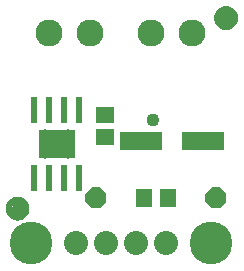
<source format=gbr>
G04 EAGLE Gerber RS-274X export*
G75*
%MOMM*%
%FSLAX34Y34*%
%LPD*%
%INSoldermask Top*%
%IPPOS*%
%AMOC8*
5,1,8,0,0,1.08239X$1,22.5*%
G01*
%ADD10R,3.100000X2.400000*%
%ADD11C,1.009600*%
%ADD12R,0.551600X2.251600*%
%ADD13R,1.601600X1.341600*%
%ADD14R,3.657600X1.501600*%
%ADD15P,1.924489X8X202.500000*%
%ADD16R,1.400000X1.600000*%
%ADD17C,2.286000*%
%ADD18C,1.101600*%
%ADD19C,0.500000*%
%ADD20C,3.617600*%
%ADD21C,2.032000*%
%ADD22C,1.108000*%


D10*
X46990Y109220D03*
D11*
X36990Y116720D03*
X36990Y101720D03*
X56990Y101720D03*
X56990Y116720D03*
D12*
X66040Y137970D03*
X27940Y80470D03*
X40640Y80470D03*
X53340Y80470D03*
X66040Y80470D03*
X53340Y137970D03*
X40640Y137970D03*
X27940Y137970D03*
D13*
X87630Y133960D03*
X87630Y114960D03*
D14*
X171320Y111760D03*
X118240Y111760D03*
D15*
X181610Y63500D03*
X80010Y63500D03*
D16*
X141064Y63500D03*
X120556Y63500D03*
D17*
X40420Y203200D03*
X75420Y203200D03*
X126780Y203200D03*
X161780Y203200D03*
D18*
X190500Y215900D03*
D19*
X183000Y215900D02*
X183002Y215719D01*
X183009Y215538D01*
X183020Y215357D01*
X183035Y215176D01*
X183055Y214996D01*
X183079Y214816D01*
X183107Y214637D01*
X183140Y214459D01*
X183177Y214282D01*
X183218Y214105D01*
X183263Y213930D01*
X183313Y213755D01*
X183367Y213582D01*
X183425Y213411D01*
X183487Y213240D01*
X183554Y213072D01*
X183624Y212905D01*
X183698Y212739D01*
X183777Y212576D01*
X183859Y212415D01*
X183945Y212255D01*
X184035Y212098D01*
X184129Y211943D01*
X184226Y211790D01*
X184328Y211640D01*
X184432Y211492D01*
X184541Y211346D01*
X184652Y211204D01*
X184768Y211064D01*
X184886Y210927D01*
X185008Y210792D01*
X185133Y210661D01*
X185261Y210533D01*
X185392Y210408D01*
X185527Y210286D01*
X185664Y210168D01*
X185804Y210052D01*
X185946Y209941D01*
X186092Y209832D01*
X186240Y209728D01*
X186390Y209626D01*
X186543Y209529D01*
X186698Y209435D01*
X186855Y209345D01*
X187015Y209259D01*
X187176Y209177D01*
X187339Y209098D01*
X187505Y209024D01*
X187672Y208954D01*
X187840Y208887D01*
X188011Y208825D01*
X188182Y208767D01*
X188355Y208713D01*
X188530Y208663D01*
X188705Y208618D01*
X188882Y208577D01*
X189059Y208540D01*
X189237Y208507D01*
X189416Y208479D01*
X189596Y208455D01*
X189776Y208435D01*
X189957Y208420D01*
X190138Y208409D01*
X190319Y208402D01*
X190500Y208400D01*
X183000Y215900D02*
X183002Y216081D01*
X183009Y216262D01*
X183020Y216443D01*
X183035Y216624D01*
X183055Y216804D01*
X183079Y216984D01*
X183107Y217163D01*
X183140Y217341D01*
X183177Y217518D01*
X183218Y217695D01*
X183263Y217870D01*
X183313Y218045D01*
X183367Y218218D01*
X183425Y218389D01*
X183487Y218560D01*
X183554Y218728D01*
X183624Y218895D01*
X183698Y219061D01*
X183777Y219224D01*
X183859Y219385D01*
X183945Y219545D01*
X184035Y219702D01*
X184129Y219857D01*
X184226Y220010D01*
X184328Y220160D01*
X184432Y220308D01*
X184541Y220454D01*
X184652Y220596D01*
X184768Y220736D01*
X184886Y220873D01*
X185008Y221008D01*
X185133Y221139D01*
X185261Y221267D01*
X185392Y221392D01*
X185527Y221514D01*
X185664Y221632D01*
X185804Y221748D01*
X185946Y221859D01*
X186092Y221968D01*
X186240Y222072D01*
X186390Y222174D01*
X186543Y222271D01*
X186698Y222365D01*
X186855Y222455D01*
X187015Y222541D01*
X187176Y222623D01*
X187339Y222702D01*
X187505Y222776D01*
X187672Y222846D01*
X187840Y222913D01*
X188011Y222975D01*
X188182Y223033D01*
X188355Y223087D01*
X188530Y223137D01*
X188705Y223182D01*
X188882Y223223D01*
X189059Y223260D01*
X189237Y223293D01*
X189416Y223321D01*
X189596Y223345D01*
X189776Y223365D01*
X189957Y223380D01*
X190138Y223391D01*
X190319Y223398D01*
X190500Y223400D01*
X190681Y223398D01*
X190862Y223391D01*
X191043Y223380D01*
X191224Y223365D01*
X191404Y223345D01*
X191584Y223321D01*
X191763Y223293D01*
X191941Y223260D01*
X192118Y223223D01*
X192295Y223182D01*
X192470Y223137D01*
X192645Y223087D01*
X192818Y223033D01*
X192989Y222975D01*
X193160Y222913D01*
X193328Y222846D01*
X193495Y222776D01*
X193661Y222702D01*
X193824Y222623D01*
X193985Y222541D01*
X194145Y222455D01*
X194302Y222365D01*
X194457Y222271D01*
X194610Y222174D01*
X194760Y222072D01*
X194908Y221968D01*
X195054Y221859D01*
X195196Y221748D01*
X195336Y221632D01*
X195473Y221514D01*
X195608Y221392D01*
X195739Y221267D01*
X195867Y221139D01*
X195992Y221008D01*
X196114Y220873D01*
X196232Y220736D01*
X196348Y220596D01*
X196459Y220454D01*
X196568Y220308D01*
X196672Y220160D01*
X196774Y220010D01*
X196871Y219857D01*
X196965Y219702D01*
X197055Y219545D01*
X197141Y219385D01*
X197223Y219224D01*
X197302Y219061D01*
X197376Y218895D01*
X197446Y218728D01*
X197513Y218560D01*
X197575Y218389D01*
X197633Y218218D01*
X197687Y218045D01*
X197737Y217870D01*
X197782Y217695D01*
X197823Y217518D01*
X197860Y217341D01*
X197893Y217163D01*
X197921Y216984D01*
X197945Y216804D01*
X197965Y216624D01*
X197980Y216443D01*
X197991Y216262D01*
X197998Y216081D01*
X198000Y215900D01*
X197998Y215719D01*
X197991Y215538D01*
X197980Y215357D01*
X197965Y215176D01*
X197945Y214996D01*
X197921Y214816D01*
X197893Y214637D01*
X197860Y214459D01*
X197823Y214282D01*
X197782Y214105D01*
X197737Y213930D01*
X197687Y213755D01*
X197633Y213582D01*
X197575Y213411D01*
X197513Y213240D01*
X197446Y213072D01*
X197376Y212905D01*
X197302Y212739D01*
X197223Y212576D01*
X197141Y212415D01*
X197055Y212255D01*
X196965Y212098D01*
X196871Y211943D01*
X196774Y211790D01*
X196672Y211640D01*
X196568Y211492D01*
X196459Y211346D01*
X196348Y211204D01*
X196232Y211064D01*
X196114Y210927D01*
X195992Y210792D01*
X195867Y210661D01*
X195739Y210533D01*
X195608Y210408D01*
X195473Y210286D01*
X195336Y210168D01*
X195196Y210052D01*
X195054Y209941D01*
X194908Y209832D01*
X194760Y209728D01*
X194610Y209626D01*
X194457Y209529D01*
X194302Y209435D01*
X194145Y209345D01*
X193985Y209259D01*
X193824Y209177D01*
X193661Y209098D01*
X193495Y209024D01*
X193328Y208954D01*
X193160Y208887D01*
X192989Y208825D01*
X192818Y208767D01*
X192645Y208713D01*
X192470Y208663D01*
X192295Y208618D01*
X192118Y208577D01*
X191941Y208540D01*
X191763Y208507D01*
X191584Y208479D01*
X191404Y208455D01*
X191224Y208435D01*
X191043Y208420D01*
X190862Y208409D01*
X190681Y208402D01*
X190500Y208400D01*
D18*
X13970Y54610D03*
D19*
X6470Y54610D02*
X6472Y54429D01*
X6479Y54248D01*
X6490Y54067D01*
X6505Y53886D01*
X6525Y53706D01*
X6549Y53526D01*
X6577Y53347D01*
X6610Y53169D01*
X6647Y52992D01*
X6688Y52815D01*
X6733Y52640D01*
X6783Y52465D01*
X6837Y52292D01*
X6895Y52121D01*
X6957Y51950D01*
X7024Y51782D01*
X7094Y51615D01*
X7168Y51449D01*
X7247Y51286D01*
X7329Y51125D01*
X7415Y50965D01*
X7505Y50808D01*
X7599Y50653D01*
X7696Y50500D01*
X7798Y50350D01*
X7902Y50202D01*
X8011Y50056D01*
X8122Y49914D01*
X8238Y49774D01*
X8356Y49637D01*
X8478Y49502D01*
X8603Y49371D01*
X8731Y49243D01*
X8862Y49118D01*
X8997Y48996D01*
X9134Y48878D01*
X9274Y48762D01*
X9416Y48651D01*
X9562Y48542D01*
X9710Y48438D01*
X9860Y48336D01*
X10013Y48239D01*
X10168Y48145D01*
X10325Y48055D01*
X10485Y47969D01*
X10646Y47887D01*
X10809Y47808D01*
X10975Y47734D01*
X11142Y47664D01*
X11310Y47597D01*
X11481Y47535D01*
X11652Y47477D01*
X11825Y47423D01*
X12000Y47373D01*
X12175Y47328D01*
X12352Y47287D01*
X12529Y47250D01*
X12707Y47217D01*
X12886Y47189D01*
X13066Y47165D01*
X13246Y47145D01*
X13427Y47130D01*
X13608Y47119D01*
X13789Y47112D01*
X13970Y47110D01*
X6470Y54610D02*
X6472Y54791D01*
X6479Y54972D01*
X6490Y55153D01*
X6505Y55334D01*
X6525Y55514D01*
X6549Y55694D01*
X6577Y55873D01*
X6610Y56051D01*
X6647Y56228D01*
X6688Y56405D01*
X6733Y56580D01*
X6783Y56755D01*
X6837Y56928D01*
X6895Y57099D01*
X6957Y57270D01*
X7024Y57438D01*
X7094Y57605D01*
X7168Y57771D01*
X7247Y57934D01*
X7329Y58095D01*
X7415Y58255D01*
X7505Y58412D01*
X7599Y58567D01*
X7696Y58720D01*
X7798Y58870D01*
X7902Y59018D01*
X8011Y59164D01*
X8122Y59306D01*
X8238Y59446D01*
X8356Y59583D01*
X8478Y59718D01*
X8603Y59849D01*
X8731Y59977D01*
X8862Y60102D01*
X8997Y60224D01*
X9134Y60342D01*
X9274Y60458D01*
X9416Y60569D01*
X9562Y60678D01*
X9710Y60782D01*
X9860Y60884D01*
X10013Y60981D01*
X10168Y61075D01*
X10325Y61165D01*
X10485Y61251D01*
X10646Y61333D01*
X10809Y61412D01*
X10975Y61486D01*
X11142Y61556D01*
X11310Y61623D01*
X11481Y61685D01*
X11652Y61743D01*
X11825Y61797D01*
X12000Y61847D01*
X12175Y61892D01*
X12352Y61933D01*
X12529Y61970D01*
X12707Y62003D01*
X12886Y62031D01*
X13066Y62055D01*
X13246Y62075D01*
X13427Y62090D01*
X13608Y62101D01*
X13789Y62108D01*
X13970Y62110D01*
X14151Y62108D01*
X14332Y62101D01*
X14513Y62090D01*
X14694Y62075D01*
X14874Y62055D01*
X15054Y62031D01*
X15233Y62003D01*
X15411Y61970D01*
X15588Y61933D01*
X15765Y61892D01*
X15940Y61847D01*
X16115Y61797D01*
X16288Y61743D01*
X16459Y61685D01*
X16630Y61623D01*
X16798Y61556D01*
X16965Y61486D01*
X17131Y61412D01*
X17294Y61333D01*
X17455Y61251D01*
X17615Y61165D01*
X17772Y61075D01*
X17927Y60981D01*
X18080Y60884D01*
X18230Y60782D01*
X18378Y60678D01*
X18524Y60569D01*
X18666Y60458D01*
X18806Y60342D01*
X18943Y60224D01*
X19078Y60102D01*
X19209Y59977D01*
X19337Y59849D01*
X19462Y59718D01*
X19584Y59583D01*
X19702Y59446D01*
X19818Y59306D01*
X19929Y59164D01*
X20038Y59018D01*
X20142Y58870D01*
X20244Y58720D01*
X20341Y58567D01*
X20435Y58412D01*
X20525Y58255D01*
X20611Y58095D01*
X20693Y57934D01*
X20772Y57771D01*
X20846Y57605D01*
X20916Y57438D01*
X20983Y57270D01*
X21045Y57099D01*
X21103Y56928D01*
X21157Y56755D01*
X21207Y56580D01*
X21252Y56405D01*
X21293Y56228D01*
X21330Y56051D01*
X21363Y55873D01*
X21391Y55694D01*
X21415Y55514D01*
X21435Y55334D01*
X21450Y55153D01*
X21461Y54972D01*
X21468Y54791D01*
X21470Y54610D01*
X21468Y54429D01*
X21461Y54248D01*
X21450Y54067D01*
X21435Y53886D01*
X21415Y53706D01*
X21391Y53526D01*
X21363Y53347D01*
X21330Y53169D01*
X21293Y52992D01*
X21252Y52815D01*
X21207Y52640D01*
X21157Y52465D01*
X21103Y52292D01*
X21045Y52121D01*
X20983Y51950D01*
X20916Y51782D01*
X20846Y51615D01*
X20772Y51449D01*
X20693Y51286D01*
X20611Y51125D01*
X20525Y50965D01*
X20435Y50808D01*
X20341Y50653D01*
X20244Y50500D01*
X20142Y50350D01*
X20038Y50202D01*
X19929Y50056D01*
X19818Y49914D01*
X19702Y49774D01*
X19584Y49637D01*
X19462Y49502D01*
X19337Y49371D01*
X19209Y49243D01*
X19078Y49118D01*
X18943Y48996D01*
X18806Y48878D01*
X18666Y48762D01*
X18524Y48651D01*
X18378Y48542D01*
X18230Y48438D01*
X18080Y48336D01*
X17927Y48239D01*
X17772Y48145D01*
X17615Y48055D01*
X17455Y47969D01*
X17294Y47887D01*
X17131Y47808D01*
X16965Y47734D01*
X16798Y47664D01*
X16630Y47597D01*
X16459Y47535D01*
X16288Y47477D01*
X16115Y47423D01*
X15940Y47373D01*
X15765Y47328D01*
X15588Y47287D01*
X15411Y47250D01*
X15233Y47217D01*
X15054Y47189D01*
X14874Y47165D01*
X14694Y47145D01*
X14513Y47130D01*
X14332Y47119D01*
X14151Y47112D01*
X13970Y47110D01*
D20*
X25400Y25400D03*
X177800Y25400D03*
D21*
X139700Y25400D03*
X114300Y25400D03*
X88900Y25400D03*
X63500Y25400D03*
D22*
X128270Y129540D03*
M02*

</source>
